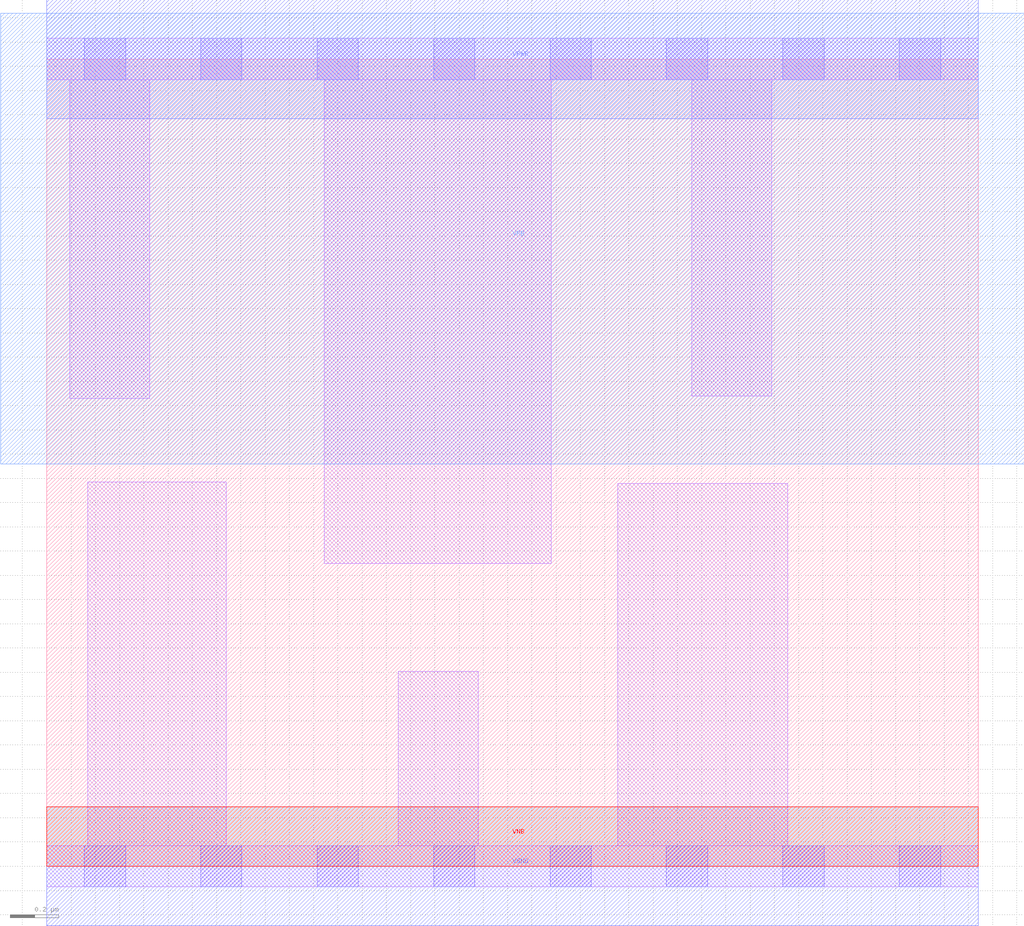
<source format=lef>
# Copyright 2020 The SkyWater PDK Authors
#
# Licensed under the Apache License, Version 2.0 (the "License");
# you may not use this file except in compliance with the License.
# You may obtain a copy of the License at
#
#     https://www.apache.org/licenses/LICENSE-2.0
#
# Unless required by applicable law or agreed to in writing, software
# distributed under the License is distributed on an "AS IS" BASIS,
# WITHOUT WARRANTIES OR CONDITIONS OF ANY KIND, either express or implied.
# See the License for the specific language governing permissions and
# limitations under the License.
#
# SPDX-License-Identifier: Apache-2.0

VERSION 5.7 ;
  NOWIREEXTENSIONATPIN ON ;
  DIVIDERCHAR "/" ;
  BUSBITCHARS "[]" ;
MACRO sky130_fd_sc_hs__decap_8
  CLASS CORE ;
  FOREIGN sky130_fd_sc_hs__decap_8 ;
  ORIGIN  0.000000  0.000000 ;
  SIZE  3.840000 BY  3.330000 ;
  SYMMETRY X Y ;
  SITE unit ;
  PIN VGND
    DIRECTION INOUT ;
    USE GROUND ;
    PORT
      LAYER met1 ;
        RECT 0.000000 -0.245000 3.840000 0.245000 ;
    END
  END VGND
  PIN VNB
    DIRECTION INOUT ;
    USE GROUND ;
    PORT
      LAYER pwell ;
        RECT 0.000000 0.000000 3.840000 0.245000 ;
    END
  END VNB
  PIN VPB
    DIRECTION INOUT ;
    USE POWER ;
    PORT
      LAYER nwell ;
        RECT -0.190000 1.660000 4.030000 3.520000 ;
    END
  END VPB
  PIN VPWR
    DIRECTION INOUT ;
    USE POWER ;
    PORT
      LAYER met1 ;
        RECT 0.000000 3.085000 3.840000 3.575000 ;
    END
  END VPWR
  OBS
    LAYER li1 ;
      RECT 0.000000 -0.085000 3.840000 0.085000 ;
      RECT 0.000000  3.245000 3.840000 3.415000 ;
      RECT 0.095000  1.930000 0.425000 3.245000 ;
      RECT 0.170000  0.085000 0.740000 1.585000 ;
      RECT 1.145000  1.250000 2.080000 3.245000 ;
      RECT 1.450000  0.085000 1.780000 0.805000 ;
      RECT 2.355000  0.085000 3.055000 1.580000 ;
      RECT 2.660000  1.940000 2.990000 3.245000 ;
    LAYER mcon ;
      RECT 0.155000 -0.085000 0.325000 0.085000 ;
      RECT 0.155000  3.245000 0.325000 3.415000 ;
      RECT 0.635000 -0.085000 0.805000 0.085000 ;
      RECT 0.635000  3.245000 0.805000 3.415000 ;
      RECT 1.115000 -0.085000 1.285000 0.085000 ;
      RECT 1.115000  3.245000 1.285000 3.415000 ;
      RECT 1.595000 -0.085000 1.765000 0.085000 ;
      RECT 1.595000  3.245000 1.765000 3.415000 ;
      RECT 2.075000 -0.085000 2.245000 0.085000 ;
      RECT 2.075000  3.245000 2.245000 3.415000 ;
      RECT 2.555000 -0.085000 2.725000 0.085000 ;
      RECT 2.555000  3.245000 2.725000 3.415000 ;
      RECT 3.035000 -0.085000 3.205000 0.085000 ;
      RECT 3.035000  3.245000 3.205000 3.415000 ;
      RECT 3.515000 -0.085000 3.685000 0.085000 ;
      RECT 3.515000  3.245000 3.685000 3.415000 ;
  END
END sky130_fd_sc_hs__decap_8
END LIBRARY

</source>
